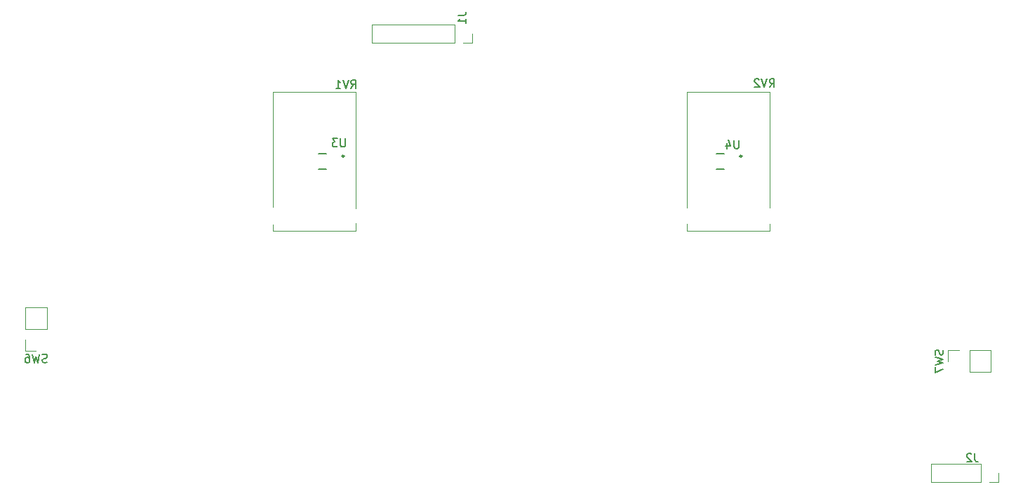
<source format=gbo>
%TF.GenerationSoftware,KiCad,Pcbnew,(6.0.1)*%
%TF.CreationDate,2022-03-24T20:43:30-07:00*%
%TF.ProjectId,PhobGCC,50686f62-4743-4432-9e6b-696361645f70,rev?*%
%TF.SameCoordinates,Original*%
%TF.FileFunction,Legend,Bot*%
%TF.FilePolarity,Positive*%
%FSLAX46Y46*%
G04 Gerber Fmt 4.6, Leading zero omitted, Abs format (unit mm)*
G04 Created by KiCad (PCBNEW (6.0.1)) date 2022-03-24 20:43:30*
%MOMM*%
%LPD*%
G01*
G04 APERTURE LIST*
G04 Aperture macros list*
%AMRoundRect*
0 Rectangle with rounded corners*
0 $1 Rounding radius*
0 $2 $3 $4 $5 $6 $7 $8 $9 X,Y pos of 4 corners*
0 Add a 4 corners polygon primitive as box body*
4,1,4,$2,$3,$4,$5,$6,$7,$8,$9,$2,$3,0*
0 Add four circle primitives for the rounded corners*
1,1,$1+$1,$2,$3*
1,1,$1+$1,$4,$5*
1,1,$1+$1,$6,$7*
1,1,$1+$1,$8,$9*
0 Add four rect primitives between the rounded corners*
20,1,$1+$1,$2,$3,$4,$5,0*
20,1,$1+$1,$4,$5,$6,$7,0*
20,1,$1+$1,$6,$7,$8,$9,0*
20,1,$1+$1,$8,$9,$2,$3,0*%
%AMHorizOval*
0 Thick line with rounded ends*
0 $1 width*
0 $2 $3 position (X,Y) of the first rounded end (center of the circle)*
0 $4 $5 position (X,Y) of the second rounded end (center of the circle)*
0 Add line between two ends*
20,1,$1,$2,$3,$4,$5,0*
0 Add two circle primitives to create the rounded ends*
1,1,$1,$2,$3*
1,1,$1,$4,$5*%
G04 Aperture macros list end*
%ADD10C,0.150000*%
%ADD11C,0.120000*%
%ADD12C,0.100000*%
%ADD13C,0.250000*%
%ADD14C,1.498000*%
%ADD15RoundRect,0.200000X-0.423205X-0.333013X-0.076795X-0.533013X0.423205X0.333013X0.076795X0.533013X0*%
%ADD16HorizOval,1.600000X-0.026168X-0.499315X0.026168X0.499315X0*%
%ADD17C,1.600000*%
%ADD18C,2.000000*%
%ADD19HorizOval,2.800000X-0.568661X0.191376X0.568661X-0.191376X0*%
%ADD20HorizOval,0.800000X-0.031402X-0.599178X0.031402X0.599178X0*%
%ADD21HorizOval,0.800000X-0.599178X0.031402X0.599178X-0.031402X0*%
%ADD22R,1.700000X1.700000*%
%ADD23C,5.200000*%
%ADD24C,1.800000*%
%ADD25C,2.400000*%
%ADD26C,2.200000*%
%ADD27O,2.800000X2.200000*%
%ADD28O,1.700000X1.700000*%
%ADD29O,1.600000X2.500000*%
%ADD30C,1.400000*%
%ADD31R,1.350000X1.350000*%
%ADD32O,1.350000X1.350000*%
%ADD33R,1.400000X1.400000*%
%ADD34O,1.400000X1.400000*%
%ADD35R,1.000000X0.650000*%
G04 APERTURE END LIST*
D10*
X55383333Y-92534761D02*
X55240476Y-92582380D01*
X55002380Y-92582380D01*
X54907142Y-92534761D01*
X54859523Y-92487142D01*
X54811904Y-92391904D01*
X54811904Y-92296666D01*
X54859523Y-92201428D01*
X54907142Y-92153809D01*
X55002380Y-92106190D01*
X55192857Y-92058571D01*
X55288095Y-92010952D01*
X55335714Y-91963333D01*
X55383333Y-91868095D01*
X55383333Y-91772857D01*
X55335714Y-91677619D01*
X55288095Y-91630000D01*
X55192857Y-91582380D01*
X54954761Y-91582380D01*
X54811904Y-91630000D01*
X54478571Y-91582380D02*
X54240476Y-92582380D01*
X54050000Y-91868095D01*
X53859523Y-92582380D01*
X53621428Y-91582380D01*
X52811904Y-91582380D02*
X53002380Y-91582380D01*
X53097619Y-91630000D01*
X53145238Y-91677619D01*
X53240476Y-91820476D01*
X53288095Y-92010952D01*
X53288095Y-92391904D01*
X53240476Y-92487142D01*
X53192857Y-92534761D01*
X53097619Y-92582380D01*
X52907142Y-92582380D01*
X52811904Y-92534761D01*
X52764285Y-92487142D01*
X52716666Y-92391904D01*
X52716666Y-92153809D01*
X52764285Y-92058571D01*
X52811904Y-92010952D01*
X52907142Y-91963333D01*
X53097619Y-91963333D01*
X53192857Y-92010952D01*
X53240476Y-92058571D01*
X53288095Y-92153809D01*
X163474761Y-91066666D02*
X163522380Y-91209523D01*
X163522380Y-91447619D01*
X163474761Y-91542857D01*
X163427142Y-91590476D01*
X163331904Y-91638095D01*
X163236666Y-91638095D01*
X163141428Y-91590476D01*
X163093809Y-91542857D01*
X163046190Y-91447619D01*
X162998571Y-91257142D01*
X162950952Y-91161904D01*
X162903333Y-91114285D01*
X162808095Y-91066666D01*
X162712857Y-91066666D01*
X162617619Y-91114285D01*
X162570000Y-91161904D01*
X162522380Y-91257142D01*
X162522380Y-91495238D01*
X162570000Y-91638095D01*
X162522380Y-91971428D02*
X163522380Y-92209523D01*
X162808095Y-92400000D01*
X163522380Y-92590476D01*
X162522380Y-92828571D01*
X162522380Y-93114285D02*
X162522380Y-93780952D01*
X163522380Y-93352380D01*
X142545238Y-59352380D02*
X142878571Y-58876190D01*
X143116666Y-59352380D02*
X143116666Y-58352380D01*
X142735714Y-58352380D01*
X142640476Y-58400000D01*
X142592857Y-58447619D01*
X142545238Y-58542857D01*
X142545238Y-58685714D01*
X142592857Y-58780952D01*
X142640476Y-58828571D01*
X142735714Y-58876190D01*
X143116666Y-58876190D01*
X142259523Y-58352380D02*
X141926190Y-59352380D01*
X141592857Y-58352380D01*
X141307142Y-58447619D02*
X141259523Y-58400000D01*
X141164285Y-58352380D01*
X140926190Y-58352380D01*
X140830952Y-58400000D01*
X140783333Y-58447619D01*
X140735714Y-58542857D01*
X140735714Y-58638095D01*
X140783333Y-58780952D01*
X141354761Y-59352380D01*
X140735714Y-59352380D01*
X92045238Y-59502380D02*
X92378571Y-59026190D01*
X92616666Y-59502380D02*
X92616666Y-58502380D01*
X92235714Y-58502380D01*
X92140476Y-58550000D01*
X92092857Y-58597619D01*
X92045238Y-58692857D01*
X92045238Y-58835714D01*
X92092857Y-58930952D01*
X92140476Y-58978571D01*
X92235714Y-59026190D01*
X92616666Y-59026190D01*
X91759523Y-58502380D02*
X91426190Y-59502380D01*
X91092857Y-58502380D01*
X90235714Y-59502380D02*
X90807142Y-59502380D01*
X90521428Y-59502380D02*
X90521428Y-58502380D01*
X90616666Y-58645238D01*
X90711904Y-58740476D01*
X90807142Y-58788095D01*
X167333333Y-103552380D02*
X167333333Y-104266666D01*
X167380952Y-104409523D01*
X167476190Y-104504761D01*
X167619047Y-104552380D01*
X167714285Y-104552380D01*
X166904761Y-103647619D02*
X166857142Y-103600000D01*
X166761904Y-103552380D01*
X166523809Y-103552380D01*
X166428571Y-103600000D01*
X166380952Y-103647619D01*
X166333333Y-103742857D01*
X166333333Y-103838095D01*
X166380952Y-103980952D01*
X166952380Y-104552380D01*
X166333333Y-104552380D01*
X104952380Y-50666666D02*
X105666666Y-50666666D01*
X105809523Y-50619047D01*
X105904761Y-50523809D01*
X105952380Y-50380952D01*
X105952380Y-50285714D01*
X105952380Y-51666666D02*
X105952380Y-51095238D01*
X105952380Y-51380952D02*
X104952380Y-51380952D01*
X105095238Y-51285714D01*
X105190476Y-51190476D01*
X105238095Y-51095238D01*
X91364404Y-65552380D02*
X91364404Y-66361904D01*
X91316785Y-66457142D01*
X91269166Y-66504761D01*
X91173928Y-66552380D01*
X90983452Y-66552380D01*
X90888214Y-66504761D01*
X90840595Y-66457142D01*
X90792976Y-66361904D01*
X90792976Y-65552380D01*
X90412023Y-65552380D02*
X89792976Y-65552380D01*
X90126309Y-65933333D01*
X89983452Y-65933333D01*
X89888214Y-65980952D01*
X89840595Y-66028571D01*
X89792976Y-66123809D01*
X89792976Y-66361904D01*
X89840595Y-66457142D01*
X89888214Y-66504761D01*
X89983452Y-66552380D01*
X90269166Y-66552380D01*
X90364404Y-66504761D01*
X90412023Y-66457142D01*
X138864404Y-65752380D02*
X138864404Y-66561904D01*
X138816785Y-66657142D01*
X138769166Y-66704761D01*
X138673928Y-66752380D01*
X138483452Y-66752380D01*
X138388214Y-66704761D01*
X138340595Y-66657142D01*
X138292976Y-66561904D01*
X138292976Y-65752380D01*
X137388214Y-66085714D02*
X137388214Y-66752380D01*
X137626309Y-65704761D02*
X137864404Y-66419047D01*
X137245357Y-66419047D01*
D11*
X52720000Y-89800000D02*
X52720000Y-91130000D01*
X52720000Y-88530000D02*
X52720000Y-85930000D01*
X52720000Y-85930000D02*
X55380000Y-85930000D01*
X55380000Y-88530000D02*
X55380000Y-85930000D01*
X52720000Y-88530000D02*
X55380000Y-88530000D01*
X52720000Y-91130000D02*
X54050000Y-91130000D01*
X166670000Y-93730000D02*
X169270000Y-93730000D01*
X166670000Y-91070000D02*
X169270000Y-91070000D01*
X169270000Y-91070000D02*
X169270000Y-93730000D01*
X165400000Y-91070000D02*
X164070000Y-91070000D01*
X164070000Y-91070000D02*
X164070000Y-92400000D01*
X166670000Y-91070000D02*
X166670000Y-93730000D01*
D12*
X142600000Y-59900000D02*
X132600000Y-59900000D01*
X142600000Y-59900000D02*
X142600000Y-76650000D01*
X142600000Y-76650000D02*
X132600000Y-76650000D01*
X132600000Y-59900000D02*
X132600000Y-76650000D01*
X92600000Y-76650000D02*
X82600000Y-76650000D01*
X92600000Y-59900000D02*
X82600000Y-59900000D01*
X82600000Y-59900000D02*
X82600000Y-76650000D01*
X92600000Y-59900000D02*
X92600000Y-76650000D01*
D11*
X168100000Y-106960000D02*
X162040000Y-106960000D01*
X162040000Y-106960000D02*
X162040000Y-104840000D01*
X170160000Y-106960000D02*
X170160000Y-105900000D01*
X169100000Y-106960000D02*
X170160000Y-106960000D01*
X168100000Y-104840000D02*
X162040000Y-104840000D01*
X168100000Y-106960000D02*
X168100000Y-104840000D01*
X104600000Y-53960000D02*
X94540000Y-53960000D01*
X105600000Y-53960000D02*
X106660000Y-53960000D01*
X104600000Y-53960000D02*
X104600000Y-51840000D01*
X94540000Y-53960000D02*
X94540000Y-51840000D01*
X104600000Y-51840000D02*
X94540000Y-51840000D01*
X106660000Y-53960000D02*
X106660000Y-52900000D01*
D10*
X89075000Y-67350001D02*
X88125000Y-67350001D01*
X89075000Y-69200000D02*
X88125000Y-69200000D01*
D13*
X91225000Y-67675000D02*
G75*
G03*
X91225000Y-67675000I-125000J0D01*
G01*
D10*
X137075000Y-69200000D02*
X136125000Y-69200000D01*
X137075000Y-67350001D02*
X136125000Y-67350001D01*
D13*
X139225000Y-67675000D02*
G75*
G03*
X139225000Y-67675000I-125000J0D01*
G01*
%LPC*%
D14*
X160802886Y-61650000D03*
X164700000Y-63900000D03*
D15*
X159248111Y-58442949D03*
X161239969Y-59592949D03*
X166262917Y-62492949D03*
X168254775Y-63642949D03*
D16*
X64368635Y-83687221D03*
X78441531Y-73109243D03*
D17*
X71131628Y-83616071D03*
D18*
X71261159Y-81144463D03*
D19*
X65770011Y-72615390D03*
D17*
X71678538Y-73180393D03*
D19*
X77040155Y-84181074D03*
D18*
X71549007Y-75652001D03*
D20*
X73228104Y-67879226D03*
X71959844Y-67812759D03*
X70691585Y-67746292D03*
D21*
X60886077Y-76575211D03*
X60819610Y-77843471D03*
X60753143Y-79111730D03*
D17*
X68427018Y-87454784D03*
X70923592Y-87585624D03*
X73420166Y-87716464D03*
X80461635Y-81376297D03*
X80592475Y-78879723D03*
X80723315Y-76383149D03*
D22*
X119500000Y-52500000D03*
D17*
X129120000Y-56150000D03*
X126580000Y-56150000D03*
X124040000Y-56150000D03*
X121500000Y-56150000D03*
X118960000Y-56150000D03*
X116420000Y-56150000D03*
X113880000Y-56150000D03*
X111340000Y-56150000D03*
X108800000Y-56150000D03*
X106260000Y-56150000D03*
X103720000Y-56150000D03*
X101180000Y-56150000D03*
X98640000Y-56150000D03*
X96100000Y-56150000D03*
X96100000Y-61230000D03*
X96100000Y-63770000D03*
X96100000Y-71390000D03*
X98640000Y-71390000D03*
X101180000Y-71390000D03*
X103720000Y-71390000D03*
X106260000Y-71390000D03*
X108800000Y-71390000D03*
X111340000Y-71390000D03*
X113880000Y-71390000D03*
X116420000Y-71390000D03*
X118960000Y-71390000D03*
X121500000Y-71390000D03*
X124040000Y-71390000D03*
X126580000Y-71390000D03*
X129120000Y-71390000D03*
D23*
X75600000Y-98400000D03*
D18*
X57600000Y-87900000D03*
D24*
X106000000Y-78400000D03*
X119200000Y-78400000D03*
D25*
X159600000Y-68400000D03*
D18*
X167600000Y-87900000D03*
D26*
X60616622Y-67616621D03*
D27*
X172400000Y-103400000D03*
D26*
X82183378Y-89183378D03*
D22*
X83375000Y-95900000D03*
D28*
X80835000Y-95900000D03*
D22*
X54050000Y-89800000D03*
D28*
X54050000Y-87260000D03*
D22*
X165400000Y-92400000D03*
D28*
X167940000Y-92400000D03*
D29*
X133250000Y-74900000D03*
X141950000Y-74900000D03*
D30*
X140000000Y-63400000D03*
X137600000Y-63400000D03*
X135200000Y-63400000D03*
D29*
X91950000Y-74900000D03*
X83250000Y-74900000D03*
D30*
X90000000Y-63400000D03*
X87600000Y-63400000D03*
X85200000Y-63400000D03*
D31*
X169100000Y-105900000D03*
D32*
X167100000Y-105900000D03*
X165100000Y-105900000D03*
X163100000Y-105900000D03*
D33*
X105600000Y-52900000D03*
D34*
X103600000Y-52900000D03*
X101600000Y-52900000D03*
X99600000Y-52900000D03*
X97600000Y-52900000D03*
X95600000Y-52900000D03*
D35*
X89950000Y-67725000D03*
X89950000Y-68825000D03*
X87250000Y-68825000D03*
X87250000Y-67725000D03*
X137950000Y-67725000D03*
X137950000Y-68825000D03*
X135250000Y-68825000D03*
X135250000Y-67725000D03*
M02*

</source>
